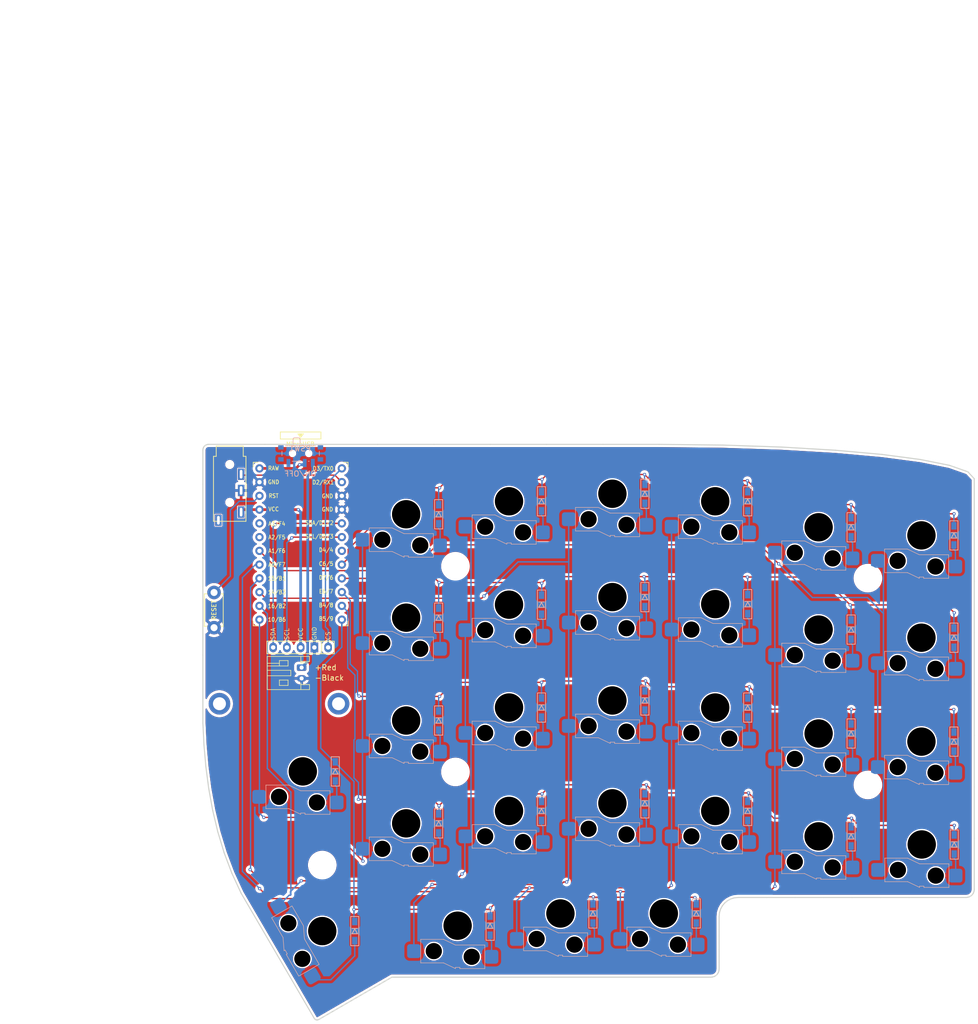
<source format=kicad_pcb>
(kicad_pcb (version 20221018) (generator pcbnew)
  (layers (0 "F.Cu" signal) (31 "B.Cu" signal) (34 "B.Paste" user) (35 "F.Paste" user) (36 "B.SilkS" user "B.Silkscreen") (37 "F.SilkS" user "F.Silkscreen") (38 "B.Mask" user) (39 "F.Mask" user) (44 "Edge.Cuts" user))
  (net 0 "")
  (net 1 "Net-(D1-A)")
  (net 2 "row4")
  (net 3 "Net-(D2-A)")
  (net 4 "Net-(D3-A)")
  (net 5 "row0")
  (net 6 "Net-(D4-A)")
  (net 7 "row1")
  (net 8 "Net-(D5-A)")
  (net 9 "row2")
  (net 10 "Net-(D6-A)")
  (net 11 "row3")
  (net 12 "Net-(D7-A)")
  (net 13 "Net-(D8-A)")
  (net 14 "Net-(D9-A)")
  (net 15 "Net-(D10-A)")
  (net 16 "Net-(D11-A)")
  (net 17 "Net-(D12-A)")
  (net 18 "Net-(D13-A)")
  (net 19 "Net-(D14-A)")
  (net 20 "Net-(D15-A)")
  (net 21 "Net-(D16-A)")
  (net 22 "Net-(D17-A)")
  (net 23 "Net-(D18-A)")
  (net 24 "Net-(D19-A)")
  (net 25 "Net-(D20-A)")
  (net 26 "Net-(D21-A)")
  (net 27 "Net-(D22-A)")
  (net 28 "Net-(D23-A)")
  (net 29 "Net-(D24-A)")
  (net 30 "Net-(D25-A)")
  (net 31 "Net-(D26-A)")
  (net 32 "Net-(D27-A)")
  (net 33 "Net-(D28-A)")
  (net 34 "VCC")
  (net 35 "GND")
  (net 36 "col0")
  (net 37 "col1")
  (net 38 "col2")
  (net 39 "col3")
  (net 40 "col4")
  (net 41 "col5")
  (net 42 "SDA")
  (net 43 "SCL")
  (net 44 "RESET")
  (net 45 "Net-(D29-A)")
  (net 46 "DATA")
  (net 49 "+BATT")
  (net 53 "raw")
  (net 54 "CS")
  (footprint "Lily58-footprint:MJ-4PP-9" (layer "F.Cu") (at 87.9 39.3)
    (fp_text reference "J2" hide)
    (fp_text value "4PIN" hide)
  )
  (footprint "Lily58-footprint:HOLE_M2_TH" (layer "F.Cu") (at 129.6 59.6)
    (fp_text reference "TH3" hide)
    (fp_text value "HOLE" hide)
  )
  (footprint "Lily58-footprint:HOLE_M2_TH" (layer "F.Cu") (at 205.8 61.8)
    (fp_text reference "TH4" hide)
    (fp_text value "HOLE" hide)
  )
  (footprint "Lily58-footprint:HOLE_M2_TH" (layer "F.Cu") (at 129.6 97.6)
    (fp_text reference "TH5" hide)
    (fp_text value "HOLE" hide)
  )
  (footprint "Lily58-footprint:HOLE_M2_TH" (layer "F.Cu") (at 205.8 100)
    (fp_text reference "TH6" hide)
    (fp_text value "HOLE" hide)
  )
  (footprint "Lily58-footprint:HOLE_M2_TH" (layer "F.Cu") (at 105 114.8 90)
    (fp_text reference "TH7" hide)
    (fp_text value "HOLE" hide)
  )
  (footprint "kbd:ProMicro_v3" (layer "F.Cu") (at 101 56)
    (fp_text reference "U1" hide)
    (fp_text value "ProMicro" hide)
  )
  (footprint "Lily58-footprint:TACT_SWITCH_TVBP06" (layer "F.Cu") (at 85 67.7 90)
    (fp_text reference "RSW1" hide)
    (fp_text value "SW_RST" hide)
  )
  (footprint "beekeeb-lib:SW_Gateron_LowProfile_HotSwap" (layer "F.Cu") (at 120.5 50)
    (fp_text reference "SW1" hide)
    (fp_text value "SW_PUSH" hide)
  )
  (footprint "beekeeb-lib:SW_Gateron_LowProfile_HotSwap" (layer "F.Cu") (at 139.5 47.6)
    (fp_text reference "SW2" hide)
    (fp_text value "SW_PUSH" hide)
  )
  (footprint "beekeeb-lib:SW_Gateron_LowProfile_HotSwap" (layer "F.Cu") (at 158.6 46.21)
    (fp_text reference "SW3" hide)
    (fp_text value "SW_PUSH" hide)
  )
  (footprint "beekeeb-lib:SW_Gateron_LowProfile_HotSwap" (layer "F.Cu") (at 177.6 47.6)
    (fp_text reference "SW4" hide)
    (fp_text value "SW_PUSH" hide)
  )
  (footprint "beekeeb-lib:SW_Gateron_LowProfile_HotSwap" (layer "F.Cu") (at 196.7 52.4)
    (fp_text reference "SW5" hide)
    (fp_text value "SW_PUSH" hide)
  )
  (footprint "beekeeb-lib:SW_Gateron_LowProfile_HotSwap" (layer "F.Cu") (at 215.7 53.9)
    (fp_text reference "SW6" hide)
    (fp_text value "SW_PUSH" hide)
  )
  (footprint "beekeeb-lib:SW_Gateron_LowProfile_HotSwap" (layer "F.Cu") (at 120.5 69.1)
    (fp_text reference "SW7" hide)
    (fp_text value "SW_PUSH" hide)
  )
  (footprint "beekeeb-lib:SW_Gateron_LowProfile_HotSwap" (layer "F.Cu") (at 139.5 66.7)
    (fp_text reference "SW8" hide)
    (fp_text value "SW_PUSH" hide)
  )
  (footprint "beekeeb-lib:SW_Gateron_LowProfile_HotSwap" (layer "F.Cu") (at 158.6 65.3)
    (fp_text reference "SW9" hide)
    (fp_text value "SW_PUSH" hide)
  )
  (footprint "beekeeb-lib:SW_Gateron_LowProfile_HotSwap" (layer "F.Cu") (at 177.6 66.6)
    (fp_text reference "SW10" hide)
    (fp_text value "SW_PUSH" hide)
  )
  (footprint "beekeeb-lib:SW_Gateron_LowProfile_HotSwap" (layer "F.Cu") (at 196.7 71.3)
    (fp_text reference "SW11" hide)
    (fp_text value "SW_PUSH" hide)
  )
  (footprint "beekeeb-lib:SW_Gateron_LowProfile_HotSwap" (layer "F.Cu") (at 215.7 72.8)
    (fp_text reference "SW12" hide)
    (fp_text value "SW_PUSH" hide)
  )
  (footprint "beekeeb-lib:SW_Gateron_LowProfile_HotSwap" (layer "F.Cu") (at 120.5 88.1)
    (fp_text reference "SW13" hide)
    (fp_text value "SW_PUSH" hide)
  )
  (footprint "beekeeb-lib:SW_Gateron_LowProfile_HotSwap" (layer "F.Cu") (at 139.5 85.7)
    (fp_text reference "SW14" hide)
    (fp_text value "SW_PUSH" hide)
  )
  (footprint "beekeeb-lib:SW_Gateron_LowProfile_HotSwap" (layer "F.Cu") (at 158.6 84.4)
    (fp_text reference "SW15" hide)
    (fp_text value "SW_PUSH" hide)
  )
  (footprint "beekeeb-lib:SW_Gateron_LowProfile_HotSwap" (layer "F.Cu") (at 177.6 85.7)
    (fp_text reference "SW16" hide)
    (fp_text value "SW_PUSH" hide)
  )
  (footprint "beekeeb-lib:SW_Gateron_LowProfile_HotSwap" (layer "F.Cu") (at 196.7 90.5)
    (fp_text reference "SW17" hide)
    (fp_text value "SW_PUSH" hide)
  )
  (footprint "beekeeb-lib:SW_Gateron_LowProfile_HotSwap" (layer "F.Cu") (at 215.7 92)
    (fp_text reference "SW18" hide)
    (fp_text value "SW_PUSH" hide)
  )
  (footprint "beekeeb-lib:SW_Gateron_LowProfile_HotSwap" (layer "F.Cu") (at 120.5 107.1)
    (fp_text reference "SW19" hide)
    (fp_text value "SW_PUSH" hide)
  )
  (footprint "beekeeb-lib:SW_Gateron_LowProfile_HotSwap" (layer "F.Cu") (at 139.5 104.8)
    (fp_text reference "SW20" hide)
    (fp_text value "SW_PUSH" hide)
  )
  (footprint "beekeeb-lib:SW_Gateron_LowProfile_HotSwap" (layer "F.Cu") (at 158.6 103.4)
    (fp_text reference "SW21" hide)
    (fp_text value "SW_PUSH" hide)
  )
  (footprint "beekeeb-lib:SW_Gateron_LowProfile_HotSwap" (layer "F.Cu") (at 177.6 104.8)
    (fp_text reference "SW22" hide)
    (fp_text value "SW_PUSH" hide)
  )
  (footprint "beekeeb-lib:SW_Gateron_LowProfile_HotSwap" (layer "F.Cu") (at 196.7 109.5)
    (fp_text reference "SW23" hide)
    (fp_text value "SW_PUSH" hide)
  )
  (footprint "beekeeb-lib:SW_Gateron_LowProfile_HotSwap" (layer "F.Cu") (at 215.75 111)
    (fp_text reference "SW24" hide)
    (fp_text value "SW_PUSH" hide)
  )
  (footprint "beekeeb-lib:SW_Gateron_LowProfile_HotSwap" (layer "F.Cu") (at 101.4 97.5)
    (fp_text reference "SW25" hide)
    (fp_text value "SW_PUSH" hide)
  )
  (footprint "beekeeb-lib:SW_Gateron_LowProfile_HotSwap" (layer "F.Cu") (at 105 127 -60)
    (fp_text reference "SW26" hide)
    (fp_text value "SW_PUSH" hide)
  )
  (footprint "beekeeb-lib:SW_Gateron_LowProfile_HotSwap" (layer "F.Cu") (at 130 126)
    (fp_text reference "SW27" hide)
    (fp_text value "SW_PUSH" hide)
  )
  (footprint "beekeeb-lib:SW_Gateron_LowProfile_HotSwap" (layer "F.Cu") (at 149 123.75)
    (fp_text reference "SW28" hide)
    (fp_text value "SW_PUSH" hide)
  )
  (footprint "beekeeb-lib:SW_Gateron_LowProfile_HotSwap" (layer "F.Cu") (at 168.1 123.75)
    (fp_text reference "SW29" hide)
    (fp_text value "SW_PUSH" hide)
  )
  (footprint "Lily58-footprint:M2_HOLE_PCB" (layer "F.Cu") (at 86 85)
    (fp_text reference "TH1" hide)
    (fp_text value "HOLE")
  )
  (footprint "Lily58-footprint:M2_HOLE_PCB" (layer "F.Cu") (at 108 85)
    (fp_text reference "TH2" hide)
    (fp_text value "HOLE")
  )
  (footprint "beekeeb-lib:nice_view_1side" (layer "F.Cu") (at 95.92 74.6)
    (fp_text reference "J3")
    (fp_text value "OLED" hide)
  )
  (footprint "Connector_JST:JST_PH_S2B-PH-K_1x02_P2.00mm_Horizontal" (layer "F.Cu") (at 101.1798 78.3242 -90)
    (fp_text reference "BATJ1" hide)
    (fp_text value "Conn_01x02_Female")
  )
  (footprint "kbd:D3_SMD_v2" (layer "B.Cu") (at 126.5 50 -90)
    (fp_text reference "D1" hide)
    (fp_text value "D" hide)
  )
  (footprint "kbd:D3_SMD_v2" (layer "B.Cu") (at 145.5 47.6 -90)
    (fp_text reference "D2" hide)
    (fp_text value "D" hide)
  )
  (footprint "kbd:D3_SMD_v2" (layer "B.Cu") (at 164.6 46.21 -90)
    (fp_text reference "D3" hide)
    (fp_text value "D" hide)
  )
  (footprint "kbd:D3_SMD_v2" (layer "B.Cu") (at 183.6 47.6 -90)
    (fp_text reference "D4" hide)
    (fp_text value "D" hide)
  )
  (footprint "kbd:D3_SMD_v2" (layer "B.Cu") (at 202.7 52.4 -90)
    (fp_text reference "D5" hide)
    (fp_text value "D" hide)
  )
  (footprint "kbd:D3_SMD_v2" (layer "B.Cu") (at 221.7 53.9 -90)
    (fp_text reference "D6" hide)
    (fp_text value "D" hide)
  )
  (footprint "kbd:D3_SMD_v2" (layer "B.Cu") (at 126.5 69.1 -90)
    (fp_text reference "D7" hide)
    (fp_text value "D" hide)
  )
  (footprint "kbd:D3_SMD_v2" (layer "B.Cu") (at 145.5 66.7 -90)
    (fp_text reference "D8" hide)
    (fp_text value "D" hide)
  )
  (footprint "kbd:D3_SMD_v2" (layer "B.Cu") (at 164.6 65.3 -90)
    (fp_text reference "D9" hide)
    (fp_text value "D" hide)
  )
  (footprint "kbd:D3_SMD_v2" (layer "B.Cu") (at 183.6 66.6 -90)
    (fp_text reference "D10" hide)
    (fp_text value "D" hide)
  )
  (footprint "kbd:D3_SMD_v2" (layer "B.Cu") (at 202.7 71.3 -90)
    (fp_text reference "D11" hide)
    (fp_text value "D" hide)
  )
  (footprint "kbd:D3_SMD_v2" (layer "B.Cu") (at 221.7 72.8 -90)
    (fp_text reference "D12" hide)
    (fp_text value "D" hide)
  )
  (footprint "kbd:D3_SMD_v2" (layer "B.Cu") (at 126.5 88.1 -90)
    (fp_text reference "D13" hide)
    (fp_text value "D" hide)
  )
  (footprint "kbd:D3_SMD_v2" (layer "B.Cu") (at 145.5 85.7 -90)
    (fp_text reference "D14" hide)
    (fp_text value "D" hide)
  )
  (footprint "kbd:D3_SMD_v2" (layer "B.Cu") (at 164.6 84.4 -90)
    (fp_text reference "D15" hide)
    (fp_text value "D" hide)
  )
  (footprint "kbd:D3_SMD_v2" (layer "B.Cu") (at 183.6 85.7 -90)
    (fp_text reference "D16" hide)
    (fp_text value "D" hide)
  )
  (footprint "kbd:D3_SMD_v2" (layer "B.Cu") (at 202.7 90.5 -90)
    (fp_text reference "D17" hide)
    (fp_text value "D" hide)
  )
  (footprint "kbd:D3_SMD_v2" (layer "B.Cu") (at 221.7 92 -90)
    (fp_text reference "D18" hide)
    (fp_text value "D" hide)
  )
  (footprint "kbd:D3_SMD_v2" (layer "B.Cu") (at 126.5 107.1 -90)
    (fp_text reference "D19" hide)
    (fp_text value "D" hide)
  )
  (footprint "kbd:D3_SMD_v2" (layer "B.Cu") (at 145.5 104.8 -90)
    (fp_text reference "D20" hide)
    (fp_text value "D" hide)
  )
  (footprint "kbd:D3_SMD_v2" (layer "B.Cu") (at 164.6 103.4 -90)
    (fp_text reference "D21" hide)
    (fp_text value "D" hide)
  )
  (footprint "kbd:D3_SMD_v2" (layer "B.Cu") (at 183.6 104.8 -90)
    (fp_text reference "D22" hide)
    (fp_text value "D" hide)
  )
  (footprint "kbd:D3_SMD_v2" (layer "B.Cu") (at 202.7 109.5 -90)
    (fp_text reference "D23" hide)
    (fp_text value "D" hide)
  )
  (footprint "kbd:D3_SMD_v2" (layer "B.Cu") (at 221.75 111 -90)
    (fp_text reference "D24" hide)
    (fp_text value "D" hide)
  )
  (footprint "kbd:D3_SMD_v2" (layer "B.Cu") (at 107.4 97.5 -90)
    (fp_text reference "D25" hide)
    (fp_text value "D" hide)
  )
  (footprint "kbd:D3_SMD_v2" (layer "B.Cu") (at 111 127 -90)
    (fp_text reference "D26" hide)
    (fp_text value "D" hide)
  )
  (footprint "kbd:D3_SMD_v2" (layer "B.Cu") (at 136 126 -90)
    (fp_text reference "D27" hide)
    (fp_text value "D" hide)
  )
  (footprint "kbd:D3_SMD_v2" (layer "B.Cu") (at 155 123.75 -90)
    (fp_text reference "D28" hide)
    (fp_text value "D" hide)
  )
  (footprint "kbd:D3_SMD_v2" (layer "B.Cu") (at 174.1 123.75 -90)
    (fp_text reference "D29" hide)
    (fp_text value "D" hide)
  )
  (footprint "Button_Switch_SMD:SW_SPDT_PCM12" (layer "B.Cu") (at 101 39.083)
    (fp_text reference "PSW1")
    (fp_text value "SW_SPST")
  )
  (gr_line (start 94.396044 37.086762) (end 83.98821 37.086762) (stroke (width 0.2)) (layer "Edge.Cuts"))
  (gr_line (start 224.262495 120.759288) (end 223.959999 120.789735) (stroke (width 0.2)) (layer "Edge.Cuts"))
  (gr_line (start 109.483841 140.36134) (end 111.159536 139.391201) (stroke (width 0.2)) (layer "Edge.Cuts"))
  (gr_line (start 83.776462 37.108075) (end 83.98821 37.086762) (stroke (width 0.2)) (layer "Edge.Cuts"))
  (gr_line (start 178.319348 131.597973) (end 178.319348 132.816013) (stroke (width 0.2)) (layer "Edge.Cuts"))
  (gr_line (start 111.159536 139.391201) (end 112.83523 138.421062) (stroke (width 0.2)) (layer "Edge.Cuts"))
  (gr_line (start 178.319348 126.725814) (end 178.319348 127.943854) (stroke (width 0.2)) (layer "Edge.Cuts"))
  (gr_line (start 89.992869 119.988423) (end 91.668563 122.854742) (stroke (width 0.2)) (layer "Edge.Cuts"))
  (gr_line (start 187.086929 120.789735) (end 192.354511 120.789735) (stroke (width 0.2)) (layer "Edge.Cuts"))
  (gr_line (start 83.24557 37.394123) (end 83.400937 37.265961) (stroke (width 0.2)) (layer "Edge.Cuts"))
  (gr_line (start 197.622092 120.789735) (end 202.889673 120.789735) (stroke (width 0.2)) (layer "Edge.Cuts"))
  (gr_line (start 189.919538 37.585374) (end 178.989563 37.215654) (stroke (width 0.2)) (layer "Edge.Cuts"))
  (gr_line (start 104.288864 143.357278) (end 104.456758 143.271756) (stroke (width 0.2)) (layer "Edge.Cuts"))
  (gr_line (start 82.937528 82.285296) (end 82.937528 75.978362) (stroke (width 0.2)) (layer "Edge.Cuts"))
  (gr_line (start 146.435213 37.086762) (end 136.027379 37.086762) (stroke (width 0.2)) (layer "Edge.Cuts"))
  (gr_line (start 181.113524 120.860778) (end 181.819348 120.789735) (stroke (width 0.2)) (layer "Edge.Cuts"))
  (gr_line (start 104.130206 143.404468) (end 104.288864 143.357278) (stroke (width 0.2)) (layer "Edge.Cuts"))
  (gr_line (start 225.46 43.436755) (end 224.278471 42.15619) (stroke (width 0.2)) (layer "Edge.Cuts"))
  (gr_line (start 180.456326 121.064561) (end 181.113524 120.860778) (stroke (width 0.2)) (layer "Edge.Cuts"))
  (gr_line (start 179.861773 121.387065) (end 180.456326 121.064561) (stroke (width 0.2)) (layer "Edge.Cuts"))
  (gr_line (start 106.132452 142.301617) (end 107.808147 141.331479) (stroke (width 0.2)) (layer "Edge.Cuts"))
  (gr_line (start 117.863173 135.511658) (end 125.232695 135.511658) (stroke (width 0.2)) (layer "Edge.Cuts"))
  (gr_line (start 83.117409 37.549489) (end 83.24557 37.394123) (stroke (width 0.2)) (layer "Edge.Cuts"))
  (gr_line (start 225.020912 120.350648) (end 224.79896 120.533736) (stroke (width 0.2)) (layer "Edge.Cuts"))
  (gr_line (start 178.319348 134.011658) (end 178.288901 134.314154) (stroke (width 0.2)) (layer "Edge.Cuts"))
  (gr_line (start 83.579303 37.16921) (end 83.776462 37.108075) (stroke (width 0.2)) (layer "Edge.Cuts"))
  (gr_line (start 147.34126 135.511658) (end 154.710782 135.511658) (stroke (width 0.2)) (layer "Edge.Cuts"))
  (gr_line (start 213.424836 120.789735) (end 218.692418 120.789735) (stroke (width 0.2)) (layer "Edge.Cuts"))
  (gr_line (start 225.46 109.808112) (end 225.46 119.289735) (stroke (width 0.2)) (layer "Edge.Cuts"))
  (gr_line (start 224.544152 120.671952) (end 224.262495 120.759288) (stroke (width 0.2)) (layer "Edge.Cuts"))
  (gr_line (start 91.668563 122.854742) (end 93.344258 125.721062) (stroke (width 0.2)) (layer "Edge.Cuts"))
  (gr_line (start 225.459999 119.289735) (end 225.429552 119.592231) (stroke (width 0.2)) (layer "Edge.Cuts"))
  (gr_line (start 224.278471 42.15619) (end 220.889319 40.963847) (stroke (width 0.2)) (layer "Edge.Cuts"))
  (gr_line (start 225.46 52.918378) (end 225.46 62.4) (stroke (width 0.2)) (layer "Edge.Cuts"))
  (gr_line (start 177.4035 135.393876) (end 177.121844 135.481211) (stroke (width 0.2)) (layer "Edge.Cuts"))
  (gr_line (start 82.937528 44.443695) (end 82.937528 38.136762) (stroke (width 0.2)) (layer "Edge.Cuts"))
  (gr_line (start 125.619545 37.086762) (end 115.211711 37.086762) (stroke (width 0.2)) (layer "Edge.Cuts"))
  (gr_line (start 178.288901 134.314154) (end 178.201565 134.59581) (stroke (width 0.2)) (layer "Edge.Cuts"))
  (gr_line (start 167.250881 37.086762) (end 156.843047 37.086762) (stroke (width 0.2)) (layer "Edge.Cuts"))
  (gr_line (start 177.880261 135.072571) (end 177.658308 135.25566) (stroke (width 0.2)) (layer "Edge.Cuts"))
  (gr_line (start 169.449826 135.511658) (end 176.819348 135.511658) (stroke (width 0.2)) (layer "Edge.Cuts"))
  (gr_line (start 136.027379 37.086762) (end 125.619545 37.086762) (stroke (width 0.2)) (layer "Edge.Cuts"))
  (gr_line (start 156.843047 37.086762) (end 146.435213 37.086762) (stroke (width 0.2)) (layer "Edge.Cuts"))
  (gr_line (start 178.201565 134.59581) (end 178.063349 134.850619) (stroke (width 0.2)) (layer "Edge.Cuts"))
  (gr_line (start 107.808147 141.331479) (end 109.483841 140.36134) (stroke (width 0.2)) (layer "Edge.Cuts"))
  (gr_line (start 83.490297 96.657663) (end 84.020972 100.690825) (stroke (width 0.2)) (layer "Edge.Cuts"))
  (gr_line (start 215.525697 39.885159) (end 208.420758 38.945561) (stroke (width 0.2)) (layer "Edge.Cuts"))
  (gr_line (start 114.510925 137.450923) (end 116.186619 136.480784) (stroke (width 0.2)) (layer "Edge.Cuts"))
  (gr_line (start 82.937528 63.364495) (end 82.937528 57.057562) (stroke (width 0.2)) (layer "Edge.Cuts"))
  (gr_line (start 181.819348 120.789735) (end 187.086929 120.789735) (stroke (width 0.2)) (layer "Edge.Cuts"))
  (gr_line (start 178.319348 132.816013) (end 178.319348 134.011658) (stroke (width 0.2)) (layer "Edge.Cuts"))
  (gr_line (start 225.46 43.436755) (end 225.46 52.918378) (stroke (width 0.2)) (layer "Edge.Cuts"))
  (gr_line (start 115.211711 37.086762) (end 104.803877 37.086762) (stroke (width 0.2)) (layer "Edge.Cuts"))
  (gr_line (start 225.46 71.881623) (end 225.46 81.363245) (stroke (width 0.2)) (layer "Edge.Cuts"))
  (gr_line (start 112.83523 138.421062) (end 114.510925 137.450923) (stroke (width 0.2)) (layer "Edge.Cuts"))
  (gr_line (start 178.916678 122.33216) (end 179.343884 121.814271) (stroke (width 0.2)) (layer "Edge.Cuts"))
  (gr_line (start 82.937528 75.978362) (end 82.937528 69.671429) (stroke (width 0.2)) (layer "Edge.Cuts"))
  (gr_line (start 225.429552 119.592231) (end 225.342217 119.873887) (stroke (width 0.2)) (layer "Edge.Cuts"))
  (gr_line (start 83.020657 37.727855) (end 83.117409 37.549489) (stroke (width 0.2)) (layer "Edge.Cuts"))
  (gr_line (start 95.019952 128.587381) (end 96.695647 131.453701) (stroke (width 0.2)) (layer "Edge.Cuts"))
  (gr_line (start 98.371341 134.32002) (end 100.047036 137.18634) (stroke (width 0.2)) (layer "Edge.Cuts"))
  (gr_line (start 104.803877 37.086762) (end 94.396044 37.086762) (stroke (width 0.2)) (layer "Edge.Cuts"))
  (gr_line (start 139.971738 135.511658) (end 147.34126 135.511658) (stroke (width 0.2)) (layer "Edge.Cuts"))
  (gr_line (start 178.390391 123.583911) (end 178.594174 122.926713) (stroke (width 0.2)) (layer "Edge.Cuts"))
  (gr_line (start 225.46 62.4) (end 225.46 71.881623) (stroke (width 0.2)) (layer "Edge.Cuts"))
  (gr_line (start 178.063349 134.850619) (end 177.880261 135.072571) (stroke (width 0.2)) (layer "Edge.Cuts"))
  (gr_line (start 93.344258 125.721062) (end 95.019952 128.587381) (stroke (width 0.2)) (layer "Edge.Cuts"))
  (gr_line (start 178.319348 124.289735) (end 178.319348 125.507775) (stroke (width 0.2)) (layer "Edge.Cuts"))
  (gr_line (start 84.747083 104.695246) (end 85.688004 108.649127) (stroke (width 0.2)) (layer "Edge.Cuts"))
  (gr_line (start 224.79896 120.533736) (end 224.544152 120.671952) (stroke (width 0.2)) (layer "Edge.Cuts"))
  (gr_line (start 202.889673 120.789735) (end 208.157255 120.789735) (stroke (width 0.2)) (layer "Edge.Cuts"))
  (gr_line (start 178.319348 129.161894) (end 178.319348 130.379933) (stroke (width 0.2)) (layer "Edge.Cuts"))
  (gr_line (start 103.84247 143.386445) (end 103.981252 143.413974) (stroke (width 0.2)) (layer "Edge.Cuts"))
  (gr_line (start 208.420758 38.945561) (end 199.807654 38.170488) (stroke (width 0.2)) (layer "Edge.Cuts"))
  (gr_line (start 225.204001 120.128696) (end 225.020912 120.350648) (stroke (width 0.2)) (layer "Edge.Cuts"))
  (gr_line (start 103.491837 143.08815) (end 103.597295 143.222884) (stroke (width 0.2)) (layer "Edge.Cuts"))
  (gr_line (start 83.400937 37.265961) (end 83.579303 37.16921) (stroke (width 0.2)) (layer "Edge.Cuts"))
  (gr_line (start 162.080304 135.511658) (end 169.449826 135.511658) (stroke (width 0.2)) (layer "Edge.Cuts"))
  (gr_line (start 104.456758 143.271756) (end 106.132452 142.301617) (stroke (width 0.2)) (layer "Edge.Cuts"))
  (gr_line (start 199.807654 38.170488) (end 189.919538 37.585374) (stroke (width 0.2)) (layer "Edge.Cuts"))
  (gr_line (start 225.342217 119.873887) (end 225.204001 120.128696) (stroke (width 0.2)) (layer "Edge.Cuts"))
  (gr_line (start 84.020972 100.690825) (end 84.747083 104.695246) (stroke (width 0.2)) (layer "Edge.Cuts"))
  (gr_line (start 218.692418 120.789735) (end 223.959999 120.789735) (stroke (width 0.2)) (layer "Edge.Cuts"))
  (gr_line (start 100.047036 137.18634) (end 101.72273 140.052659) (stroke (width 0.2)) (layer "Edge.Cuts"))
  (gr_line (start 116.186619 136.480784) (end 117.862313 135.510645) (stroke (width 0.2)) (layer "Edge.Cuts"))
  (gr_line (start 220.889319 40.963847) (end 215.525697 39.885159) (stroke (width 0.2)) (layer "Edge.Cuts"))
  (gr_line (start 96.695647 131.453701) (end 98.371341 134.32002) (stroke (width 0.2)) (layer "Edge.Cuts"))
  (gr_line (start 225.46 81.363245) (end 225.46 90.844867) (stroke (width 0.2)) (layer "Edge.Cuts"))
  (gr_line (start 178.319348 125.507775) (end 178.319348 126.725814) (stroke (width 0.2)) (layer "Edge.Cuts"))
  (gr_line (start 82.959523 37.925015) (end 83.020657 37.727855) (stroke (width 0.2)) (layer "Edge.Cuts"))
  (gr_line (start 85.688004 108.649127) (end 86.863105 112.53067) (stroke (width 0.2)) (layer "Edge.Cuts"))
  (gr_line (start 178.594174 122.926713) (end 178.916678 122.33216) (stroke (width 0.2)) (layer "Edge.Cuts"))
  (gr_line (start 192.354511 120.789735) (end 197.622092 120.789735) (stroke (width 0.2)) (layer "Edge.Cuts"))
  (gr_line (start 103.398425 142.918979) (end 103.491837 143.08815) (stroke (width 0.2)) (layer "Edge.Cuts"))
  (gr_line (start 82.93821 38.136762) (end 82.959523 37.925015) (stroke (width 0.2)) (layer "Edge.Cuts"))
  (gr_line (start 88.291758 116.318073) (end 89.993333 119.98954) (stroke (width 0.2)) (layer "Edge.Cuts"))
  (gr_line (start 83.13569 92.617561) (end 83.490297 96.657663) (stroke (width 0.2)) (layer "Edge.Cuts"))
  (gr_line (start 178.319348 124.289735) (end 178.390391 123.583911) (stroke (width 0.2)) (layer "Edge.Cuts"))
  (gr_line (start 177.658308 135.25566) (end 177.4035 135.393876) (stroke (width 0.2)) (layer "Edge.Cuts"))
  (gr_line (start 82.937528 69.671429) (end 82.937528 63.364495) (stroke (width 0.2)) (layer "Edge.Cuts"))
  (gr_line (start 82.937528 57.057562) (end 82.937528 50.750629) (stroke (width 0.2)) (layer "Edge.Cuts"))
  (gr_line (start 101.72273 140.052659) (end 103.398425 142.918979) (stroke (width 0.2)) (layer "Edge.Cuts"))
  (gr_line (start 103.597295 143.222884) (end 103.714328 143.322532) (stroke (width 0.2)) (layer "Edge.Cuts"))
  (gr_line (start 178.319348 127.943854) (end 178.319348 129.161894) (stroke (width 0.2)) (layer "Edge.Cuts"))
  (gr_line (start 225.46 100.32649) (end 225.46 109.808112) (stroke (width 0.2)) (layer "Edge.Cuts"))
  (gr_line (start 82.937528 88.592229) (end 82.937528 82.285296) (stroke (width 0.2)) (layer "Edge.Cuts"))
  (gr_line (start 178.319348 130.379933) (end 178.319348 131.597973) (stroke (width 0.2)) (layer "Edge.Cuts"))
  (gr_line (start 103.714328 143.322532) (end 103.84247 143.386445) (stroke (width 0.2)) (layer "Edge.Cuts"))
  (gr_line (start 178.989563 37.215654) (end 167.250881 37.086762) (stroke (width 0.2)) (layer "Edge.Cuts"))
  (gr_line (start 82.937528 50.750629) (end 82.937528 44.443695) (stroke (width 0.2)) (layer "Edge.Cuts"))
  (gr_line (start 179.343884 121.814271) (end 179.861773 121.387065) (stroke (width 0.2)) (layer "Edge.Cuts"))
  (gr_line (start 208.157255 120.789735) (end 213.424836 120.789735) (stroke (width 0.2)) (layer "Edge.Cuts"))
  (gr_line (start 132.602217 135.511658) (end 139.971738 135.511658) (stroke (width 0.2)) (layer "Edge.Cuts"))
  (gr_line (start 154.710782 135.511658) (end 162.080304 135.511658) (stroke (width 0.2)) (layer "Edge.Cuts"))
  (gr_line (start 125.232695 135.511658) (end 132.602217 135.511658) (stroke (width 0.2)) (layer "Edge.Cuts"))
  (gr_line (start 225.46 90.844867) (end 225.46 100.32649) (stroke (width 0.2)) (layer "Edge.Cuts"))
  (gr_line (start 177.121844 135.481211) (end 176.819348 135.511658) (stroke (width 0.2)) (layer "Edge.Cuts"))
  (gr_line (start 82.937777 88.592317) (end 83.13569 92.617561) (stroke (width 0.2)) (layer "Edge.Cuts"))
  (gr_line (start 103.981252 143.413974) (end 104.130206 143.404468) (stroke (width 0.2)) (layer "Edge.Cuts"))
  (gr_line (start 86.863105 112.53067) (end 88.291758 116.318073) (stroke (width 0.2)) (layer "Edge.Cuts"))
  (gr_text "ON/OFF" (at 103.9876 42.5196) (layer "B.SilkS") (effects (font (size 1 1)) (justify left mirror)))
  (gr_text "-Black" (at 103.5304 80.2132) (layer "F.SilkS") (effects (font (size 1 1)) (justify left)))
  (gr_text "+Red" (at 103.5304 78.3082) (layer "F.SilkS") (effects (font (size 1 1)) (justify left)))
  (segment (start 126.775 52.9019) (end 126.775 55.75) (width 0.25) (layer "B.Cu") (net 1))
  (segment (start 126.5 51.6) (end 126.5 52.6269) (width 0.25) (layer "B.Cu") (net 1))
  (segment (start 126.5 52.6269) (end 126.775 52.9019) (width 0.25) (layer "B.Cu") (net 1))
  (segment (start 155.142 120.75) (end 155.067 120.675) (width 0.25) (layer "F.Cu") (net 2))
  (segment (start 138.125 120.675) (end 136.068 122.733) (width 0.25) (layer "F.Cu") (net 2))
  (segment (start 136.068 122.733) (end 135.824 122.977) (width 0.25) (layer "F.Cu") (net 2))
  (segment (start 173.785 120.75) (end 155.142 120.75) (width 0.25) (layer "F.Cu") (net 2))
  (segment (start 110.885 122.977) (end 110.85 123.012) (width 0.25) (layer "F.Cu") (net 2))
  (segment (start 155.067 120.675) (end 138.125 120.675) (width 0.25) (layer "F.Cu") (net 2))
  (segment (start 135.824 122.977) (end 110.885 122.977) (width 0.25) (layer "F.Cu") (net 2))
  (segment (start 173.838 120.802) (end 173.785 120.75) (width 0.25) (layer "F.Cu") (net 2))
  (via (at 110.85 123.012) (size 0.6) (drill 0.3) (layers "F.Cu" "B.Cu") (net 2))
  (via (at 136.068 122.733) (size 0.6) (drill 0.3) (layers "F.Cu" "B.Cu") (net 2))
  (via (at 155.067 120.675) (size 0.6) (drill 0.3) (layers "F.Cu" "B.Cu") (net 2))
  (via (at 173.838 120.802) (size 0.6) (drill 0.3) (layers "F.Cu" "B.Cu") (net 2))
  (segment (start 108.611 71.5364) (end 108.6114 71.536) (width 0.25) (layer "B.Cu") (net 2))
  (segment (start 174.1 121.065) (end 173.838 120.802) (width 0.25) (layer "B.Cu") (net 2))
  (segment (start 104.724 93.2242) (end 104.724 78.4352) (width 0.25) (layer "B.Cu") (net 2))
  (segment (start 110.85 99.35) (end 107.4 95.9) (width 0.25) (layer "B.Cu") (net 2))
  (segment (start 110.85 125.25) (end 110.85 123.012) (width 0.25) (layer "B.Cu") (net 2))
  (segment (start 155.067 120.675) (end 155.067 122.083) (width 0.25) (layer "B.Cu") (net 2))
  (segment (start 108.611 71.5364) (end 108.611 69.462) (width 0.25) (layer "B.Cu") (net 2))
  (segment (start 110.85 123.012) (end 110.85 99.35) (width 0.25) (layer "B.Cu") (net 2))
  (segment (start 174.1 122.15) (end 174.1 121.065) (width 0.25) (layer "B.Cu") (net 2))
  (segment (start 111 125.4) (end 110.85 125.25) (width 0.25) (layer "B.Cu") (net 2))
  (segment (start 155.067 122.083) (end 155 122.15) (width 0.25) (layer "B.Cu") (net 2))
  (segment (start 136.068 124.332) (end 136 124.4) (width 0.25) (layer "B.Cu") (net 2))
  (segment (start 107.4 95.9) (end 104.724 93.2242) (width 0.25) (layer "B.Cu") (net 2))
  (segment (start 136.068 122.733) (end 136.068 124.332) (width 0.25) (layer "B.Cu") (net 2))
  (segment (start 108.6114 71.536) (end 108.6114 69.462) (width 0.25) (layer "B.Cu") (net 2))
  (segment (start 104.724 78.4352) (end 108.611 74.548) (width 0.25) (layer "B.Cu") (net 2))
  (segment (start 108.611 74.548) (end 108.611 71.5364) (width 0.25) (layer "B.Cu") (net 2))
  (segment (start 145.775 50.5019) (end 145.775 53.35) (width 0.25) (layer "B.Cu") (net 3))
  (segment (start 145.5 50.2269) (end 145.775 50.5019) (width 0.25) (layer "B.Cu") (net 3))
  (segment (start 145.5 49.2) (end 145.5 50.2269) (width 0.25) (layer "B.Cu") (net 3))
  (segment (start 164.6 47.81) (end 164.6 48.8369) (width 0.25) (layer "B.Cu") (net 4))
  (segment (start 164.875 49.1119) (end 164.875 51.96) (width 0.25) (layer "B.Cu") (net 4))
  (segment (start 164.6 48.8369) (end 164.875 49.1119) (width 0.25) (layer "B.Cu") (net 4))
  (segment (start 108.6114 59.3019) (end 108.6114 59.302) (width 0.25) (layer "F.Cu") (net 5))
  (segment (start 109.779 58.1346) (end 109.195 58.7183) (width 0.25) (layer "F.Cu") (net 5))
  (segment (start 165.684 43.7896) (end 164.541 42.6466) (width 0.25) (layer "F.Cu") (net 5))
  (segment (start 204.394 49.911) (end 202.692 48.2092) (width 0.25) (layer "F.Cu") (net 5))
  (segment (start 121.147 45.1104) (end 109.779 56.4786) (width 0.25) (layer "F.Cu") (net 5))
  (segment (start 145.593 43.561) (end 128.219 43.561) (width 0.25) (layer "F.Cu") (net 5))
  (segment (start 187.96 48.2092) (end 183.54 43.7896) (width 0.25) (layer "F.Cu") (net 5))
  (segment (start 146.507 42.6466) (end 145.593 43.561) (width 0.25) (layer "F.Cu") (net 5))
  (segment (start 128.219 43.561) (end 126.67 45.1104) (width 0.25) (layer "F.Cu") (net 5))
  (segment (start 109.779 56.4786) (end 109.779 58.1346) (width 0.25) (layer "F.Cu") (net 5))
  (segment (start 164.541 42.6466) (end 146.507 42.6466) (width 0.25) (layer "F.Cu") (net 5))
  (segment (start 183.54 43.7896) (end 165.684 43.7896) (width 0.25) (layer "F.Cu") (net 5))
  (segment (start 126.67 45.1104) (end 121.147 45.1104) (width 0.25) (layer "F.Cu") (net 5))
  (segment (start 109.195 58.7183) (end 108.6114 59.3019) (width 0.25) (layer "F.Cu") (net 5))
  (segment (start 221.717 49.911) (end 204.394 49.911) (width 0.25) (layer "F.Cu") (net 5))
  (segment (start 109.195 58.7183) (end 108.611 59.302) (width 0.25) (layer "F.Cu") (net 5))
  (segment (start 202.692 48.2092) (end 187.96 48.2092) (width 0.25) (layer "F.Cu") (net 5))
  (via (at 183.54 43.7896) (size 0.6) (drill 0.3) (layers "F.Cu" "B.Cu") (net 5))
  (via (at 164.541 42.6466) (size 0.6) (drill 0.3) (layers "F.Cu" "B.Cu") (net 5))
  (via (at 126.67 45.1104) (size 0.6) (drill 0.3) (layers "F.Cu" "B.Cu") (net 5))
  (via (at 202.692 48.2092) (size 0.6) (drill 0.3) (layers "F.Cu" "B.Cu") (net 5))
  (via (at 145.593 43.561) (size 0.6) (drill 0.3) (layers "F.Cu" "B.Cu") (net 5))
  (via (at 221.717 49.911) (size 0.6) (drill 0.3) (layers "F.Cu" "B.Cu") (net 5))
  (segment (start 164.541 44.5512) (end 164.6 44.61) (width 0.25) (layer "B.Cu") (net 5))
  (segment (start 183.54 43.7896) (end 183.54 45.9404) (width 0.25) (layer "B.Cu") (net 5))
  (segment (start 221.7 49.9276) (end 221.717 49.911) (width 0.25) (layer "B.Cu") (net 5))
  (segment (start 202.692 48.2092) (end 202.7 48.2172) (width 0.25) (layer "B.Cu") (net 5))
  (segment (start 126.5 45.2802) (end 126.5 48.4) (width 0.25) (layer "B.Cu") (net 5))
  (segment (start 145.593 43.561) (end 145.593 45.9072) (width 0.25) (layer "B.Cu") (net 5))
  (segment (start 183.54 45.9404) (end 183.6 46) (width 0.25) (layer "B.Cu") (net 5))
  (segment (start 164.541 42.6466) (end 164.541 44.5512) (width 0.25) (layer "B.Cu") (net 5))
  (segment (start 202.7 48.2172) (end 202.7 50.8) (width 0.25) (layer "B.Cu") (net 5))
  (segment (start 126.67 45.1104) (end 126.5 45.2802) (width 0.25) (layer "B.Cu") (net 5))
  (segment (start 221.7 52.3) (end 221.7 49.9276) (width 0.25) (layer "B.Cu") (net 5))
  (segment (start 145.593 45.9072) (end 145.5 46) (width 0.25) (layer "B.Cu") (net 5))
  (segment (start 183.6 49.2) (end 183.6 50.2269) (width 0.25) (layer "B.Cu") (net 6))
  (segment (start 183.6 50.2269) (end 183.875 50.5019) (width 0.25) (layer "B.Cu") (net 6))
  (segment (start 183.875 50.5019) (end 183.875 53.35) (width 0.25) (layer "B.Cu") (net 6))
  (segment (start 145.415 62.611) (end 145.542 62.738) (width 0.25) (layer "F.Cu") (net 7))
  (segment (start 220.32 66.7512) (end 221.767 68.199) (width 0.25) (layer "F.Cu") (net 7))
  (segment (start 202.54 66.7512) (end 220.32 66.7512) (width 0.25) (layer "F.Cu") (net 7))
  (segment (start 146.761 61.5188) (end 164.44 61.5188) (width 0.25) (layer "F.Cu") (net 7))
  (segment (start 183.54 61.595) (end 197.383 61.595) (width 0.25) (layer "F.Cu") (net 7))
  (segment (start 197.383 61.595) (end 202.54 66.7512) (width 0.25) (layer "F.Cu") (net 7))
  (segment (start 108.611 61.842) (end 108.6114 61.842) (width 0.25) (layer "F.Cu") (net 7))
  (segment (start 145.542 62.738) (end 146.761 61.5188) (width 0.25) (layer "F.Cu") (net 7))
  (segment (start 108.6114 61.842) (end 125.825 61.842) (width 0.25) (layer "F.Cu") (net 7))
  (segment (start 164.44 61.5188) (end 183.464 61.5188) (width 0.25) (layer "F.Cu") (net 7))
  (segment (start 126.594 62.611) (end 145.415 62.611) (width 0.25) (layer "F.Cu") (net 7))
  (segment (start 125.825 61.842) (end 126.594 62.611) (width 0.25) (layer "F.Cu") (net 7))
  (segment (start 183.464 61.5188) (end 183.54 61.595) (width 0.25) (layer "F.Cu") (net 7))
  (via (at 221.767 68.199) (size 0.6) (drill 0.3) (layers "F.Cu" "B.Cu") (net 7))
  (via (at 145.542 62.738) (size 0.6) (drill 0.3) (layers "F.Cu" "B.Cu") (net 7))
  (via (at 202.54 66.7512) (size 0.6) (drill 0.3) (layers "F.Cu" "B.Cu") (net 7))
  (via (at 183.54 61.595) (size 0.6) (drill 0.3) (layers "F.Cu" "B.Cu") (net 7))
  (via (at 126.594 62.611) (size 0.6) (drill 0.3) (layers "F.Cu" "B.Cu") (net 7))
  (via (at 164.44 61.5188) (size 0.6) (drill 0.3) (layers "F.Cu" "B.Cu") (net 7))
  (segment (start 164.6 61.6792) (end 164.44 61.5188) (width 0.25) (layer "B.Cu") (net 7))
  (segment (start 221.767 68.199) (end 221.7 68.2664) (width 0.25) (layer "B.Cu") (net 7))
  (segment (start 145.542 65.058) (end 145.5 65.1) (width 0.25) (layer "B.Cu") (net 7))
  (segment (start 126.594 62.611) (end 126.5 62.7046) (width 0.25) (layer "B.Cu") (net 7))
  (segment (start 164.6 63.7) (end 164.6 61.6792) (width 0.25) (layer "B.Cu") (net 7))
  (segment (start 221.7 68.2664) (end 221.7 71.2) (width 0.25) (layer "B.Cu") (net 7))
  (segment (start 126.5 62.7046) (end 126.5 67.5) (width 0.25) (layer "B.Cu") (net 7))
  (segment (start 202.54 66.7512) (end 202.7 66.9116) (width 0.25) (layer "B.Cu") (net 7))
  (segment (start 183.54 61.595) (end 183.6 61.6546) (width 0.25) (layer "B.Cu") (net 7))
  (segment (start 183.6 61.6546) (end 183.6 65) (width 0.25) (layer "B.Cu") (net 7))
  (segment (start 145.542 62.738) (end 145.542 65.058) (width 0.25) (layer "B.Cu") (net 7))
  (segment (start 202.7 66.9116) (end 202.7 69.7) (width 0.25) (layer "B.Cu") (net 7))
  (segment (start 202.975 55.3019) (end 202.975 58.15) (width 0.25) (layer "B.Cu") (net 8))
  (segment (start 202.7 54) (end 202.7 55.0269) (width 0.25) (layer "B.Cu") (net 8))
  (segment (start 202.7 55.0269) (end 202.975 55.3019) (width 0.25) (layer "B.Cu") (net 8))
  (segment (start 164.719 80.7974) (end 145.771 80.7974) (width 0.25) (layer "F.Cu") (net 9))
  (segment (start 202.794 86.0552) (end 202.743 86.0044) (width 0.25) (layer "F.Cu") (net 9))
  (segment (start 145.517 81.0514) (end 129.261 81.0514) (width 0.25) (layer "F.Cu") (net 9))
  (segment (start 202.743 86.0044) (end 188.036 86.0044) (width 0.25) (layer "F.Cu") (net 9))
  (segment (start 145.771 80.7974) (end 145.517 81.0514) (width 0.25) (layer "F.Cu") (net 9))
  (segment (start 183.896 81.8642) (end 165.786 81.8642) (width 0.25) (layer "F.Cu") (net 9))
  (segment (start 165.786 81.8642) (end 164.719 80.7974) (width 0.25) (layer "F.Cu") (net 9))
  (segment (start 111.8513 83.6422) (end 126.67 83.6422) (width 0.25) (layer "F.Cu") (net 9))
  (segment (start 221.666 86.0552) (end 202.794 86.0552) (width 0.25) (layer "F.Cu") (net 9))
  (segment (start 129.261 81.0514) (end 126.67 83.6422) (width 0.25) (layer "F.Cu") (net 9))
  (segment (start 188.036 86.0044) (end 183.896 81.8642) (width 0.25) (layer "F.Cu") (net 9))
  (segment (start 111.8005 83.5914) (end 111.8513 83.6422) (width 0.25) (layer "F.Cu") (net 9))
  (via (at 164.719 80.7974) (size 0.6) (drill 0.3) (layers "F.Cu" "B.Cu") (net 9))
  (via (at 221.666 86.0552) (size 0.6) (drill 0.3) (layers "F.Cu" "B.Cu") (net 9))
  (via (at 126.67 83.6422) (size 0.6) (drill 0.3) (layers "F.Cu" "B.Cu") (net 9))
  (via (at 202.743 86.0044) (size 0.6) (drill 0.3) (layers "F.Cu" "B.Cu") (net 9))
  (via (at 145.517 81.0514) (size 0.6) (drill 0.3) (layers "F.Cu" "B.Cu") (net 9))
  (via (at 183.896 81.8642) (size 0.6) (drill 0.3) (layers "F.Cu" "B.Cu") (net 9))
  (via (at 111.8005 83.5914) (size 0.6) (drill 0.3) (layers "F.Cu" "B.Cu") (net 9))
  (segment (start 111.506 79.0008) (end 110.153 77.6478) (width 0.25) (layer "B.Cu") (net 9))
  (segment (start 111.8005 83.5914) (end 111.506 83.2969) (width 0.25) (layer "B.Cu") (net 9))
  (segment (start 221.7 86.0894) (end 221.666 86.0552) (width 0.25) (layer "B.Cu") (net 9))
  (segment (start 109.382 65.1526) (end 108.6114 64.382) (width 0.25) (layer "B.Cu") (net 9))
  (segment (start 164.719 82.681) (end 164.6 82.8) (width 0.25) (layer "B.Cu") (net 9))
  (segment (start 126.5 83.812) (end 126.5 86.5) (width 0.25) (layer "B.Cu") (net 9))
  (segment (start 110.153 65.9232) (end 109.382 65.1526) (width 0.25) (layer "B.Cu") (net 9))
  (segment (start 111.506 83.2969) (end 111.506 79.0008) (width 0.25) (layer "B.Cu") (net 9))
  (segment (start 221.7 90.4) (end 221.7 86.0894) (width 0.25) (layer "B.Cu") (net 9))
  (segment (start 108.611 64.382) (end 109.382 65.1526) (width 0.25) (layer "B.Cu") (net 9))
  (segment (start 145.517 81.0514) (end 145.5 81.068) (width 0.25) (layer "B.Cu") (net 9))
  (segment (start 183.896 83.804) (end 183.6 84.1) (width 0.25) (layer "B.Cu") (net 9))
  (segment (start 202.743 86.0044) (end 202.7 86.0472) (width 0.25) (layer "B.Cu") (net 9))
  (segment (start 164.719 80.7974) (end 164.719 82.681) (width 0.25) (layer "B.Cu") (net 9))
  (segment (start 110.153 77.6478) (end 110.153 65.9232) (width 0.25) (layer "B.Cu") (net 9))
  (segment (start 145.5 81.068) (end 145.5 84.1) (width 0.25) (layer "B.Cu") (net 9))
  (segment (start 183.896 81.8642) (end 183.896 83.804) (width 0.25) (layer "B.Cu") (net 9))
  (segment (start 126.67 83.6422) (end 126.5 83.812) (width 0.25) (layer "B.Cu") (net 9))
  (segment (start 202.7 86.0472) (end 202.7 88.9) (width 0.25) (layer "B.Cu") (net 9))
  (segment (start 221.975 56.8019) (end 221.975 59.65) (width 0.25) (layer "B.Cu") (net 10))
  (segment (start 221.7 55.5) (end 221.7 56.5269) (width 0.25) (layer "B.Cu") (net 10))
  (segment (start 221.7 56.5269) (end 221.975 56.8019) (width 0.25) (layer "B.Cu") (net 10))
  (segment (start 202.768 106.147) (end 188.417 106.147) (width 0.25) (layer "F.Cu") (net 11))
  (segment (start 125.4 102.667) (end 126.568 103.835) (width 0.25) (layer "F.Cu") (net 11))
  (segment (start 166.37 101.473) (end 164.871 99.9744) (width 0.25) (layer "F.Cu") (net 11))
  (segment (start 147.269 99.9744) (end 145.593 101.651) (width 0.25) (layer "F.Cu") (net 11))
  (segment (start 145.593 101.651) (end 128.753 101.651) (width 0.25) (layer "F.Cu") (net 11))
  (segment (start 183.744 101.473) (end 166.37 101.473) (width 0.25) (layer "F.Cu") (net 11))
  (segment (start 164.871 99.9744) (end 147.269 99.9744) (width 0.25) (layer "F.Cu") (net 11))
  (segment (start 128.753 101.651) (end 126.568 103.835) (width 0.25) (layer "F.Cu") (net 11))
  (segment (start 188.417 106.147) (end 183.744 101.473) (width 0.25) (layer "F.Cu") (net 11))
  (segment (start 111.684 102.667) (end 125.4 102.667) (width 0.25) (layer "F.Cu") (net 11))
  (segment (start 204.089 107.467) (end 202.768 106.147) (width 0.25) (layer "F.Cu") (net 11))
  (segment (start 221.767 107.467) (end 204.089 107.467) (width 0.25) (layer "F.Cu") (net 11))
  (via (at 221.767 107.467) (size 0.6) (drill 0.3) (layers "F.Cu" "B.Cu") (net 11))
  (via (at 164.871 99.9744) (size 0.6) (drill 0.3) (layers "F.Cu" "B.Cu") (net 11))
  (via (at 202.768 106.147) (size 0.6) (drill 0.3) (layers "F.Cu" "B.Cu") (net 11))
  (via (at 183.744 101.473) (size 0.6) (drill 0.3) (layers "F.Cu" "B.Cu") (net 11))
  (via (at 145.593 101.651) (size 0.6) (drill 0.3) (layers "F.Cu" "B.Cu") (net 11))
  (via (at 126.568 103.835) (size 0.6) (drill 0.3) (layers "F.Cu" "B.Cu") (net 11))
  (via (at 111.684 102.667) (size 0.6) (drill 0.3) (layers "F.Cu" "B.Cu") (net 11))
  (segment (start 109.157 67.4676) (end 109.703 68.0132) (width 0.25) (layer "B.Cu") (net 11))
  (segment (start 111.0234 79.7099) (end 111.0234 91.509874) (width 0.25) (layer "B.Cu") (net 11))
  (segment (start 202.768 106.147) (end 202.768 107.832) (width 0.25) (layer "B.Cu") (net 11))
  (segment (start 202.768 107.832) (end 202.7 107.9) (width 0.25) (layer "B.Cu") (net 11))
  (segment (start 109.703 68.0132) (end 109.703 78.3895) (width 0.25) (layer "B.Cu") (net 11))
  (segment (start 126.568 105.432) (end 126.5 105.5) (width 0.25) (layer "B.Cu") (net 11))
  (segment (start 164.871 99.9744) (end 164.871 101.529) (width 0.25) (layer "B.Cu") (net 11))
  (segment (start 110.85 91.683274) (end 110.85 98.7134) (width 0.25) (layer "B.Cu") (net 11))
  (segment (start 126.568 103.835) (end 126.568 105.432) (width 0.25) (layer "B.Cu") (net 11))
  (segment (start 109.157 67.4676) (end 108.6114 66.922) (width 0.25) (layer "B.Cu") (net 11))
  (segment (start 221.75 109.4) (end 221.75 107.485) (width 0.25) (layer "B.Cu") (net 11))
  (segment (start 111.0234 91.509874) (end 110.85 91.683274) (width 0.25) (layer "B.Cu") (net 11))
  (segment (start 183.744 101.473) (end 183.744 103.056) (width 0.25) (layer "B.Cu") (net 11))
  (segment (start 183.744 103.056) (end 183.6 103.2) (width 0.25) (layer "B.Cu") (net 11))
  (segment (start 109.703 78.3895) (end 111.0234 79.7099) (width 0.25) (layer "B.Cu") (net 11))
  (segment (start 145.593 103.107) (end 145.5 103.2) (width 0.25) (layer "B.Cu") (net 11))
  (segment (start 145.593 101.651) (end 145.593 103.107) (width 0.25) (layer "B.Cu") (net 11))
  (segment (start 111.684 99.5474) (end 111.684 102.667) (width 0.25) (layer "B.Cu") (net 11))
  (segment (start 221.75 107.485) (end 221.767 107.467) (width 0.25) (layer "B.Cu") (net 11))
  (segment (start 110.85 98.7134) (end 111.684 99.5474) (width 0.25) (layer "B.Cu") (net 11))
  (segment (start 108.611 66.922) (end 109.157 67.4676) (width 0.25) (layer "B.Cu") (net 11))
  (segment (start 164.871 101.529) (end 164.6 101.8) (width 0.25) (layer "B.Cu") (net 11))
  (segment (start 126.775 72.0019) (end 126.775 74.85) (width 0.25) (layer "B.Cu") (net 12))
  (segment (start 126.5 70.7) (end 126.5 71.7269) (width 0.25) (layer "B.Cu") (net 12))
  (segment (start 126.5 71.7269) (end 126.775 72.0019) (width 0.25) (layer "B.Cu") (net 12))
  (segment (start 145.5 68.3) (end 145.5 69.3269) (width 0.25) (layer "B.Cu") (net 13))
  (segment (start 145.5 69.3269) (end 145.775 69.6019) (width 0.25) (layer "B.Cu") (net 13))
  (segment (start 145.775 69.6019) (end 145.775 72.45) (width 0.25) (layer "B.Cu") (net 13))
  (segment (start 164.6 66.9) (end 164.6 67.9269) (width 0.25) (layer "B.Cu") (net 14))
  (segment (start 164.6 67.9269) (end 164.875 68.2019) (width 0.25) (layer "B.Cu") (net 14))
  (segment (start 164.875 68.2019) (end 164.875 71.05) (width 0.25) (layer "B.Cu") (net 14))
  (segment (start 183.6 68.2) (end 183.6 69.2269) (width 0.25) (layer "B.Cu") (net 15))
  (segment (start 183.875 69.5019) (end 183.875 72.35) (width 0.25) (layer "B.Cu") (net 15))
  (segment (start 183.6 69.2269) (end 183.875 69.5019) (width 0.25) (layer "B.Cu") (net 15))
  (segment (start 202.7 72.9) (end 202.7 73.9269) (width 0.25) (layer "B.Cu") (net 16))
  (segment (start 202.975 74.2019) (end 202.975 77.05) (width 0.25) (layer "B.Cu") (net 16))
  (segment (start 202.7 73.9269) (end 202.975 74.2019) (width 0.25) (layer "B.Cu") (net 16))
  (segment (start 221.7 74.4) (end 221.7 75.4269) (width 0.25) (layer "B.Cu") (net 17))
  (segment (start 221.7 75.4269) (end 221.975 75.7019) (width 0.25) (layer "B.Cu") (net 17))
  (segment (start 221.975 75.7019) (end 221.975 78.55) (width 0.25) (layer "B.Cu") (net 17))
  (segment (start 126.775 91.0019) (end 126.775 93.85) (width 0.25) (layer "B.Cu") (net 18))
  (segment (start 126.5 90.7269) (end 126.775 91.0019) (width 0.25) (layer "B.Cu") (net 18))
  (segment (start 126.5 89.7) (end 126.5 90.7269) (width 0.25) (layer "B.Cu") (net 18))
  (segment (start 145.5 87.3) (end 145.5 88.3269) (width 0.25) (layer "B.Cu") (net 19))
  (segment (start 145.5 88.3269) (end 145.775 88.6019) (width 0.25) (layer "B.Cu") (net 19))
  (segment (start 145.775 88.6019) (end 145.775 91.45) (width 0.25) (layer "B.Cu") (net 19))
  (segment (start 164.6 86) (end 164.6 87.0269) (width 0.25) (layer "B.Cu") (net 20))
  (segment (start 164.875 87.3019) (end 164.875 90.15) (width 0.25) (layer "B.Cu") (net 20))
  (segment (start 164.6 87.0269) (end 164.875 87.3019) (width 0.25) (layer "B.Cu") (net 20))
  (segment (start 183.6 88.3269) (end 183.875 88.6019) (width 0.25) (layer "B.Cu") (net 21))
  (segment (start 183.875 88.6019) (end 183.875 91.45) (width 0.25) (layer "B.Cu") (net 21))
  (segment (start 183.6 87.3) (end 183.6 88.3269) (width 0.25) (layer "B.Cu") (net 21))
  (segment (start 202.7 93.1269) (end 202.975 93.4019) (width 0.25) (layer "B.Cu") (net 22))
  (segment (start 202.7 92.1) (end 202.7 93.1269) (width 0.25) (layer "B.Cu") (net 22))
  (segment (start 202.975 93.4019) (end 202.975 96.25) (width 0.25) (layer "B.Cu") (net 22))
  (segment (start 221.975 94.9019) (end 221.975 97.75) (width 0.25) (layer "B.Cu") (net 23))
  (segment (start 221.7 94.6269) (end 221.975 94.9019) (width 0.25) (layer "B.Cu") (net 23))
  (segment (start 221.7 93.6) (end 221.7 94.6269) (width 0.25) (layer "B.Cu") (net 23))
  (segment (start 126.5 108.7) (end 126.5 109.7269) (width 0.25) (layer "B.Cu") (net 24))
  (segment (start 126.775 110.0019) (end 126.775 112.85) (width 0.25) (layer "B.Cu") (net 24))
  (segment (start 126.5 109.7269) (end 126.775 110.0019) (width 0.25) (layer "B.Cu") (net 24))
  (segment (start 145.5 107.4269) (end 145.775 107.7019) (width 0.25) (layer "B.Cu") (net 25))
  (segment (start 145.5 106.4) (end 145.5 107.4269) (width 0.25) (layer "B.Cu") (net 25))
  (segment (start 145.775 107.7019) (end 145.775 110.55) (width 0.25) (layer "B.Cu") (net 25))
  (segment (start 164.6 106.0269) (end 164.875 106.3019) (width 0.25) (layer "B.Cu") (net 26))
  (segment (start 164.6 105) (end 164.6 106.0269) (width 0.25) (layer "B.Cu") (net 26))
  (segment (start 164.875 106.3019) (end 164.875 109.15) (width 0.25) (layer "B.Cu") (net 26))
  (segment (start 183.6 106.4) (end 183.6 107.4269) (width 0.25) (layer "B.Cu") (net 27))
  (segment (start 183.6 107.4269) (end 183.875 107.7019) (width 0.25) (layer "B.Cu") (net 27))
  (segment (start 183.875 107.7019) (end 183.875 110.55) (width 0.25) (layer "B.Cu") (net 27))
  (segment (start 202.975 112.4019) (end 202.975 115.25) (width 0.25) (layer "B.Cu") (net 28))
  (segment (start 202.7 112.1269) (end 202.975 112.4019) (width 0.25) (layer "B.Cu") (net 28))
  (segment (start 202.7 111.1) (end 202.7 112.1269) (width 0.25) (layer "B.Cu") (net 28))
  (segment (start 222.025 113.9019) (end 222.025 116.75) (width 0.25) (layer "B.Cu") (net 29))
  (segment (start 221.75 112.6) (end 221.75 113.6269) (width 0.25) (layer "B.Cu") (net 29))
  (segment (start 221.75 113.6269) (end 222.025 113.9019) (width 0.25) (layer "B.Cu") (net 29))
  (segment (start 107.4 100.1269) (end 107.675 100.4019) (width 0.25) (layer "B.Cu") (net 30))
  (segment (start 107.675 100.4019) (end 107.675 103.25) (width 0.25) (layer "B.Cu") (net 30))
  (segment (start 107.4 99.1) (end 107.4 100.1269) (width 0.25) (layer "B.Cu") (net 30))
  (segment (start 103.1579 135.3094) (end 103.1579 135.3093) (width 0.25) (layer "B.Cu") (net 31))
  (segment (start 106.578 135.992) (end 103.84 135.992) (width 0.25) (layer "B.Cu") (net 31))
  (segment (start 103.84 135.992) (end 103.499 135.6505) (width 0.25) (layer "B.Cu") (net 31))
  (segment (start 103.499 135.6505) (end 103.1579 135.3094) (width 0.25) (layer "B.Cu") (net 31))
  (segment (start 111 131.57) (end 106.578 135.992) (width 0.25) (layer "B.Cu") (net 31))
  (segment (start 111 128.6) (end 111 131.57) (width 0.25) (layer "B.Cu") (net 31))
  (segment (start 103.499 135.6505) (end 103.158 135.309) (width 0.25) (layer "B.Cu") (net 31))
  (segment (start 136.275 128.9019) (end 136.275 131.75) (width 0.25) (layer "B.Cu") (net 32))
  (segment (start 136 128.6269) (end 136.275 128.9019) (width 0.25) (layer "B.Cu") (net 32))
  (segment (start 136 127.6) (end 136 128.6269) (width 0.25) (layer "B.Cu") (net 32))
  (segment (start 155 126.3769) (end 155.275 126.6519) (width 0.25) (layer "B.Cu") (net 33))
  (segment (start 155.275 126.6519) (end 155.275 129.5) (width 0.25) (layer "B.Cu") (net 33))
  (segment (start 155 125.35) (end 155 126.3769) (width 0.25) (layer "B.Cu") (net 33))
  (segment (start 100.552 49.142) (end 93.3914 49.142) (width 0.5) (layer "F.Cu") (net 34))
  (segment (start 93.3914 49.142) (end 90.458 49.142) (width 0.5) (layer "F.Cu") (net 34))
  (segment (start 90.458 49.142) (end 90 49.6) (width 0.5) (layer "F.Cu") (net 34))
  (segment (start 100.559 49.149) (end 100.552 49.142) (width 0.5) (layer "F.Cu") (net 34))
  (via (at 100.559 49.149) (size 0.6) (drill 0.3) (layers "F.Cu" "B.Cu") (net 34))
  (segment (start 101 49.5904) (end 100.559 49.149) (width 0.5) (layer "B.Cu") (net 34))
  (segment (start 101 74.6) (end 101 49.5904) (width 0.5) (layer "B.Cu") (net 34))
  (segment (start 91.8534 45.6) (end 93.3914 44.062) (width 0.5) (layer "F.Cu") (net 35))
  (segment (start 90 45.6) (end 91.8534 45.6) (width 0.5) (layer "F.Cu") (net 35))
  (segment (start 102.53 80.3242) (end 103.54 79.3146) (width 0.5) (layer "B.Cu") (net 35))
  (segment (start 103.54 79.3146) (end 103.54 74.6) (width 0.5) (layer "B.Cu") (net 35))
  (segment (start 101.18 80.3242) (end 102.53 80.3242) (width 0.5) (layer "B.Cu") (net 35))
  (segment (start 97.0401 60.4107) (end 93.3914 56.762) (width 0.25) (layer "F.Cu") (net 36))
  (segment (start 189.315 59.1474) (end 185.819 55.6514) (width 0.25) (layer "F.Cu") (net 36))
  (segment (start 185.819 55.6514) (end 126.2065 55.6514) (width 0.25) (layer "F.Cu") (net 36))
  (segment (start 121.4472 60.4107) (end 97.0401 60.4107) (width 0.25) (layer "F.Cu") (net 36))
  (segment (start 126.2065 55.6514) (end 121.4472 60.4107) (width 0.25) (layer "F.Cu") (net 36))
  (via (at 189.315 59.1474) (size 0.6) (drill 0.3) (layers "F.Cu" "B.Cu") (net 36))
  (segment (start 208.675 59.65) (end 208.675 68.3352) (width 0.25) (layer "B.Cu") (net 36))
  (segment (start 207.625 96.7) (end 208.675 97.75) (width 0.25) (layer "B.Cu") (net 36))
  (segment (start 207.625 77.5) (end 207.625 96.7) (width 0.25) (layer "B.Cu") (net 36))
  (segment (start 208.675 114.7) (end 207.675 115.7) (width 0.25) (layer "B.Cu") (net 36))
  (segment (start 208.675 97.75) (end 208.675 114.7) (width 0.25) (layer "B.Cu") (net 36))
  (segment (start 195.5498 65.3822) (end 189.315 59.1474) (width 0.25) (layer "B.Cu") (net 36))
  (segment (start 205.722 65.3822) (end 195.5498 65.3822) (width 0.25) (layer "B.Cu") (net 36))
  (segment (start 208.675 76.45) (end 207.625 77.5) (width 0.25) (layer "B.Cu") (net 36))
  (segment (start 208.675 68.3352) (end 208.675 76.45) (width 0.25) (layer "B.Cu") (net 36))
  (segment (start 207.625 58.6) (end 208.675 59.65) (width 0.25) (layer "B.Cu") (net 36))
  (segment (start 208.675 68.3352) (end 205.722 65.3822) (width 0.25) (layer "B.Cu") (net 36))
  (segment (start 101.7268 119.71) (end 100.4408 120.996) (width 0.25) (layer "F.Cu") (net 37))
  (segment (start 100.4408 120.996) (end 95.2658 120.996) (width 0.25) (layer "F.Cu") (net 37))
  (segment (start 95.2658 120.996) (end 93.4212 119.1514) (width 0.25) (layer "F.Cu") (net 37))
  (segment (start 160.071 119.71) (end 101.7268 119.71) (width 0.25) (layer "F.Cu") (net 37))
  (segment (start 188.646 118.72) (end 187.655 119.71) (width 0.25) (layer "F.Cu") (net 37))
  (segment (start 187.655 119.71) (end 160.071 119.71) (width 0.25) (layer "F.Cu") (net 37))
  (via (at 188.646 118.72) (size 0.6) (drill 0.3) (layers "F.Cu" "B.Cu") (net 37))
  (via (at 160.071 119.71) (size 0.6) (drill 0.3) (layers "F.Cu" "B.Cu") (net 37))
  (via (at 93.4212 119.1514) (size 0.6) (drill 0.3) (layers "F.Cu" "B.Cu") (net 37))
  (segment (start 93.4212 119.1514) (end 90.2462 115.9764) (width 0.25) (layer "B.Cu") (net 37))
  (segment (start 188.625 114.2) (end 188.625 95.2) (width 0.25) (layer "B.Cu") (net 37))
  (segment (start 160.071 119.71) (end 160.071 128.404) (width 0.25) (layer "B.Cu") (net 37))
  (segment (start 92.6408 59.302) (end 93.3914 59.302) (width 0.25) (layer "B.Cu") (net 37))
  (segment (start 160.071 128.404) (end 160.025 128.45) (width 0.25) (layer "B.Cu") (net 37))
  (segment (start 188.625 76) (end 188.625 57.1) (width 0.25) (layer "B.Cu") (net 37))
  (segment (start 188.625 95.2) (end 188.625 76) (width 0.25) (layer "B.Cu") (net 37))
  (segment (start 90.2462 61.6966) (end 92.6408 59.302) (width 0.25) (layer "B.Cu") (net 37))
  (segment (start 188.625 114.2) (end 188.625 118.699) (width 0.25) (layer "B.Cu") (net 37))
  (segment (start 188.625 118.699) (end 188.646 118.72) (width 0.25) (layer "B.Cu") (net 37))
  (segment (start 90.2462 115.9764) (end 90.2462 61.6966) (width 0.25) (layer "B.Cu") (net 37))
  (segment (start 144.932 118.999) (end 169.037 118.999) (width 0.25) (layer "F.Cu") (net 38))
  (segment (start 169.037 118.999) (end 169.494 118.542) (width 0.25) (layer "F.Cu") (net 38))
  (segment (start 144.918 119.014) (end 144.932 118.999) (width 0.25) (layer "F.Cu") (net 38))
  (segment (start 95.0364 119.014) (end 91.6686 115.6462) (width 0.25) (layer "F.Cu") (net 38))
  (segment (start 143.281 119.014) (end 144.918 119.014) (width 0.25) (layer "F.Cu") (net 38))
  (segment (start 143.281 119.014) (end 95.0364 119.014) (width 0.25) (layer "F.Cu") (net 38))
  (via (at 91.6686 115.6462) (size 0.6) (drill 0.3) (layers "F.Cu" "B.Cu") (net 38))
  (via (at 143.281 119.014) (size 0.6) (drill 0.3) (layers "F.Cu" "B.Cu") (net 38))
  (via (at 169.494 118.542) (size 0.6) (drill 0.3) (layers "F.Cu" "B.Cu") (net 38))
  (segment (start 169.494 109.531) (end 169.525 109.5) (width 0.25) (layer "B.Cu") (net 38))
  (segment (start 169.494 118.542) (end 169.494 109.531) (width 0.25) (layer "B.Cu") (net 38))
  (segment (start 91.75 63.4834) (end 93.3914 61.842) (width 0.25) (layer "B.Cu") (net 38))
  (segment (start 169.525 90.4) (end 169.525 109.5) (width 0.25) (layer "B.Cu") (net 38))
  (segment (start 140.925 121.37) (end 140.925 128.45) (width 0.25) (layer "B.Cu") (net 38))
  (segment (start 91.75 115.7276) (end 91.75 63.4834) (width 0.25) (layer "B.Cu") (net 38))
  (segment (start 169.525 71.3) (end 169.525 90.4) (width 0.25) (layer "B.Cu") (net 38))
  (segment (start 169.525 52.3) (end 169.525 71.3) (width 0.25) (layer "B.Cu") (net 38))
  (segment (start 143.281 119.014) (end 140.925 121.37) (width 0.25) (layer "B.Cu") (net 38))
  (segment (start 91.6686 115.6462) (end 91.75 115.7276) (width 0.25) (layer "B.Cu") (net 38))
  (segment (start 149.581 117.932) (end 150.139 117.932) (width 0.25) (layer "F.Cu") (net 39))
  (segment (start 126.467 118.389) (end 149.123 118.389) (width 0.25) (layer "F.Cu") (net 39))
  (segment (start 94.5228 65.5134) (end 93.3914 64.382) (width 0.25) (layer "F.Cu") (net 39))
  (segment (start 134.4564 65.5134) (end 94.5228 65.5134) (width 0.25) (layer "F.Cu") (net 39))
  (segment (start 134.872 65.0978) (end 134.4564 65.5134) (width 0.25) (layer "F.Cu") (net 39))
  (segment (start 149.123 118.389) (end 149.581 117.932) (width 0.25) (layer "F.Cu") (net 39))
  (segment (start 125.298 118.379) (end 126.456 118.379) (width 0.25) (layer "F.Cu") (net 39))
  (segment (start 126.456 118.379) (end 126.467 118.389) (width 0.25) (layer "F.Cu") (net 39))
  (via (at 150.139 117.932) (size 0.6) (drill 0.3) (layers "F.Cu" "B.Cu") (net 39))
  (via (at 134.872 65.0978) (size 0.6) (drill 0.3) (layers "F.Cu" "B.Cu") (net 39))
  (via (at 125.298 118.379) (size 0.6) (drill 0.3) (layers "F.Cu" "B.Cu") (net 39))
  (segment (start 150.139 117.932) (end 150.495 117.577) (width 0.25) (layer "B.Cu") (net 39))
  (segment (start 141.1758 58.794) (end 134.872 65.0978) (width 0.25) (layer "B.Cu") (net 39))
  (segment (start 150.525 89.1) (end 150.525 70) (width 0.25) (layer "B.Cu") (net 39))
  (segment (start 150.495 108.13) (end 150.525 108.1) (width 0.25) (layer "B.Cu") (net 39))
  (segment (start 121.925 121.752) (end 121.925 130.7) (width 0.25) (layer "B.Cu") (net 39))
  (segment (start 150.525 58.794) (end 141.1758 58.794) (width 0.25) (layer "B.Cu") (net 39))
  (segment (start 125.298 118.379) (end 121.925 121.752) (width 0.25) (layer "B.Cu") (net 39))
  (segment (start 150.495 117.577) (end 150.495 108.13) (width 0.25) (layer "B.Cu") (net 39))
  (segment (start 150.525 108.1) (end 150.525 89.1) (width 0.25) (layer "B.Cu") (net 39))
  (segment (start 150.525 70) (end 150.525 58.794) (width 0.25) (layer "B.Cu") (net 39))
  (segment (start 150.525 58.794) (end 150.525 50.91) (width 0.25) (layer "B.Cu") (net 39))
  (segment (start 101.1174 117.7036) (end 101.9056 117.7036) (width 0.25) (layer "F.Cu") (net 40))
  (segment (start 101.956 117.754) (end 129.515 117.754) (width 0.25) (layer "F.Cu") (net 40))
  (segment (start 101.9056 117.7036) (end 101.956 117.754) (width 0.25) (layer "F.Cu") (net 40))
  (segment (start 129.515 117.754) (end 130.81 116.459) (width 0.25) (layer "F.Cu") (net 40))
  (via (at 130.81 116.459) (size 0.6) (drill 0.3) (layers "F.Cu" "B.Cu") (net 40))
  (via (at 101.1174 117.7036) (size 0.6) (drill 0.3) (layers "F.Cu" "B.Cu") (net 40))
  (segment (start 97.885 121.364) (end 96.8922 122.3568) (width 0.25) (layer "B.Cu") (net 40))
  (segment (start 97.8853 121.364) (end 97.885 121.364) (width 0.25) (layer "B.Cu") (net 40))
  (segment (start 98.8784 120.371) (end 99.1089 120.371) (width 0.25) (layer "B.Cu") (net 40))
  (segment (start 130.81 116.459) (end 131.343 115.926) (width 0.25) (layer "B.Cu") (net 40))
  (segment (start 132.475 108.45) (end 131.425 109.5) (width 0.25) (layer "B.Cu") (net 40))
  (segment (start 97.8853 121.364) (end 98.8784 120.371) (width 0.25) (layer "B.Cu") (net 40))
  (segment (start 99.1089 120.371) (end 99.1089 119.7121) (width 0.25) (layer "B.Cu") (net 40))
  (segment (start 132.475 91.45) (end 132.475 108.45) (width 0.25) (layer "B.Cu") (net 40))
  (segment (start 131.425 90.4) (end 132.475 91.45) (width 0.25) (layer "B.Cu") (net 40))
  (segment (start 132.475 70.35) (end 131.425 71.4) (width 0.25) (layer "B.Cu") (net 40))
  (segment (start 132.475 53.35) (end 132.475 70.35) (width 0.25) (layer "B.Cu") (net 40))
  (segment (start 96.8922 122.357) (end 97.8853 121.364) (width 0.25) (layer "B.Cu") (net 40))
  (segment (start 99.1953 101.3173) (end 94.8441 96.9661) (width 0.25) (layer "B.Cu") (net 40))
  (segment (start 94.8441 68.3746) (end 94.844 68.3746) (width 0.25) (layer "B.Cu") (net 40))
  (segment (start 94.844 68.3746) (end 93.3914 66.922) (width 0.25) (layer "B.Cu") (net 40))
  (segment (start 99.1089 119.7121) (end 101.1174 117.7036) (width 0.25) (layer "B.Cu") (net 40))
  (segment (start 131.425 52.3) (end 132.475 53.35) (width 0.25) (layer "B.Cu") (net 40))
  (segment (start 131.425 71.4) (end 131.425 90.4) (width 0.25) (layer "B.Cu") (net 40))
  (segment (start 131.343 115.926) (end 131.343 109.582) (width 0.25) (layer "B.Cu") (net 40))
  (segment (start 131.343 109.582) (end 131.425 109.5) (width 0.25) (layer "B.Cu") (net 40))
  (segment (start 94.8441 96.9661) (end 94.8441 68.3746) (width 0.25) (layer "B.Cu") (net 40))
  (segment (start 99.1953 120.2846) (end 99.1953 101.3173) (width 0.25) (layer "B.Cu") (net 40))
  (segment (start 99.1089 120.371) (end 99.1953 120.2846) (width 0.25) (layer "B.Cu") (net 40))
  (segment (start 104.445 105.994) (end 94.1832 105.994) (width 0.25) (layer "F.Cu") (net 41))
  (segment (start 112.522 114.071) (end 104.445 105.994) (width 0.25) (layer "F.Cu") (net 41))
  (via (at 94.1832 105.994) (size 0.6) (drill 0.3) (layers "F.Cu" "B.Cu") (net 41))
  (via (at 112.522 114.071) (size 0.6) (drill 0.3) (layers "F.Cu" "B.Cu") (net 41))
  (segment (start 93.325 105.136) (end 93.325 102.2) (width 0.25) (layer "B.Cu") (net 41))
  (segment (start 112.425 111.8) (end 112.425 113.974) (width 0.25) (layer "B.Cu") (net 41))
  (segment (start 94.1832 105.994) (end 93.325 105.136) (width 0.25) (layer "B.Cu") (net 41))
  (segment (start 112.425 113.974) (end 112.522 114.071) (width 0.25) (layer "B.Cu") (net 41))
  (segment (start 93.3914 69.462) (end 93.3914 102.1336) (width 0.25) (layer "B.Cu") (net 41))
  (segment (start 112.425 111.8) (end 112.425 92.8) (width 0.25) (layer "B.Cu") (net 41))
  (segment (start 112.425 92.8) (end 112.425 73.8) (width 0.25) (layer "B.Cu") (net 41))
  (segment (start 112.425 73.8) (end 112.425 54.7) (width 0.25) (layer "B.Cu") (net 41))
  (segment (start 93.3914 102.1336) (end 93.325 102.2) (width 0.25) (layer "B.Cu") (net 41))
  (segment (start 96.527 51.682) (end 108.611 51.682) (width 0.25) (layer "F.Cu") (net 42))
  (segment (start 96.2914 51.9176) (end 96.527 51.682) (width 0.25) (layer "F.Cu") (net 42))
  (segment (start 108.611 51.682) (end 108.6114 51.682) (width 0.25) (layer "F.Cu") (net 42))
  (via (at 96.2914 51.9176) (size 0.6) (drill 0.3) (layers "F.Cu" "B.Cu") (net 42))
  (segment (start 95.92 74.6) (end 95.92 52.289) (width 0.25) (layer "B.Cu") (net 42))
  (segment (start 95.92 52.289) (end 96.2914 51.9176) (width 0.25) (layer "B.Cu") (net 42))
  (segment (start 99.4988 54.222) (end 108.611 54.222) (width 0.25) (layer "F.Cu") (net 43))
  (segment (start 99.3648 54.356) (end 99.4988 54.222) (width 0.25) (layer "F.Cu") (net 43))
  (segment (start 108.611 54.222) (end 108.6114 54.222) (width 0.25) (layer "F.Cu") (net 43))
  (via (at 99.3648 54.356) (size 0.6) (drill 0.3) (layers "F.Cu" "B.Cu") (net 43))
  (segment (start 98.46 74.6) (end 98.46 55.2608) (width 0.25) (layer "B.Cu") (net 43))
  (segment (start 98.46 55.2608) (end 99.3648 54.356) (width 0.25) (layer "B.Cu") (net 43))
  (segment (start 93.3914 46.602) (end 92.3938 47.5996) (width 0.25) (layer "B.Cu") (net 44))
  (segment (start 89.6366 47.5996) (end 88.011 49.2252) (width 0.25) (layer "B.Cu") (net 44))
  (segment (start 88.011 49.2252) (end 88.011 61.439) (width 0.25) (layer "B.Cu") (net 44))
  (segment (start 88.011 61.439) (end 85 64.45) (width 0.25) (layer "B.Cu") (net 44))
  (segment (start 92.3938 47.5996) (end 89.6366 47.5996) (width 0.25) (layer "B.Cu") (net 44))
  (segment (start 174.375 129.5) (end 174.1 129.225) (width 0.25) (layer "B.Cu") (net 45))
  (segment (start 174.1 129.225) (end 174.1 125.35) (width 0.25) (layer "B.Cu") (net 45))
  (segment (start 90 42.6) (end 90.1736 42.7736) (width 0.25) (layer "F.Cu") (net 46))
  (segment (start 107.967 43.4178) (end 107.9672 43.4178) (width 0.25) (layer "F.Cu") (net 46))
  (segment (start 90.1736 42.7736) (end 107.323 42.7736) (width 0.25) (layer "F.Cu") (net 46))
  (segment (start 107.967 43.4178) (end 108.611 44.062) (width 0.25) (layer "F.Cu") (net 46))
  (segment (start 107.323 42.7736) (end 107.967 43.4178) (width 0.25) (layer "F.Cu") (net 46))
  (segment (start 107.9672 43.4178) (end 108.6114 44.062) (width 0.25) (layer "F.Cu") (net 46))
  (segment (start 103.25 40.513) (end 103.25 42.0126) (width 0.5) (layer "B.Cu") (net 49))
  (segment (start 101.18 78.3242) (end 101.1798 78.3242) (width 0.5) (layer "B.Cu") (net 49))
  (segment (start 102.3112 42.9514) (end 102.3112 77.193) (width 0.5) (layer "B.Cu") (net 49))
  (segment (start 102.3112 77.193) (end 101.18 78.3242) (width 0.5) (layer "B.Cu") (net 49))
  (segment (start 103.25 42.0126) (end 102.3112 42.9514) (width 0.5) (layer "B.Cu") (net 49))
  (segment (start 93.3914 41.522) (end 100.134 41.522) (width 0.5) (layer "F.Cu") (net 53))
  (segment (start 100.134 41.522) (end 100.813 40.8432) (width 0.5) (layer "F.Cu") (net 53))
  (via (at 100.813 40.8432) (size 0.6) (drill 0.3) (layers "F.Cu" "B.Cu") (net 53))
  (segment (start 101.42 40.8432) (end 101.75 40.513) (width 0.5) (layer "B.Cu") (net 53))
  (segment (start 100.813 40.8432) (end 101.42 40.8432) (width 0.5) (layer "B.Cu") (net 53))
  (segment (start 105.588 44.5456) (end 105.588 70.8152) (width 0.25) (layer "B.Cu") (net 54))
  (segment (start 106.08 71.3074) (end 106.08 74.6) (width 0.25) (layer "B.Cu") (net 54))
  (segment (start 105.588 70.8152) (end 106.08 71.3074) (width 0.25) (layer "B.Cu") (net 54))
  (segment (start 107.7723 42.3609) (end 107.7725 42.3609) (width 0.25) (layer "B.Cu") (net 54))
  (segment (start 108.611 41.522) (end 107.7723 42.3609) (width 0.25) (layer "B.Cu") (net 54))
  (segment (start 107.7725 42.3609) (end 108.6114 41.522) (width 0.25) (layer "B.Cu") (net 54))
  (segment (start 107.7723 42.3609) (end 105.588 44.5456) (width 0.25) (layer "B.Cu") (net 54))
  (zone (net 35) (net_name "GND") (layer "F.Cu") (connect_pads (clearance 0.508)) (min_thickness 0.254) (fill yes (thermal_gap 0.508) (thermal_bridge_width 0.508))
    (polygon (pts (xy 83 37) (xy 226 37) (xy 226 121) (xy 180 121) (xy 180 136) (xy 118 136) (xy 104 144) (xy 90 120) (xy 83 103)))
  )
  (zone (net 35) (net_name "GND") (layer "B.Cu") (connect_pads (clearance 0.508)) (min_thickness 0.254) (fill yes (thermal_gap 0.508) (thermal_bridge_width 0.508))
    (polygon (pts (xy 83 37) (xy 226 37) (xy 226 121) (xy 180 121) (xy 180 136) (xy 118 136) (xy 104 144) (xy 90 120) (xy 83 103)))
  )
)
</source>
